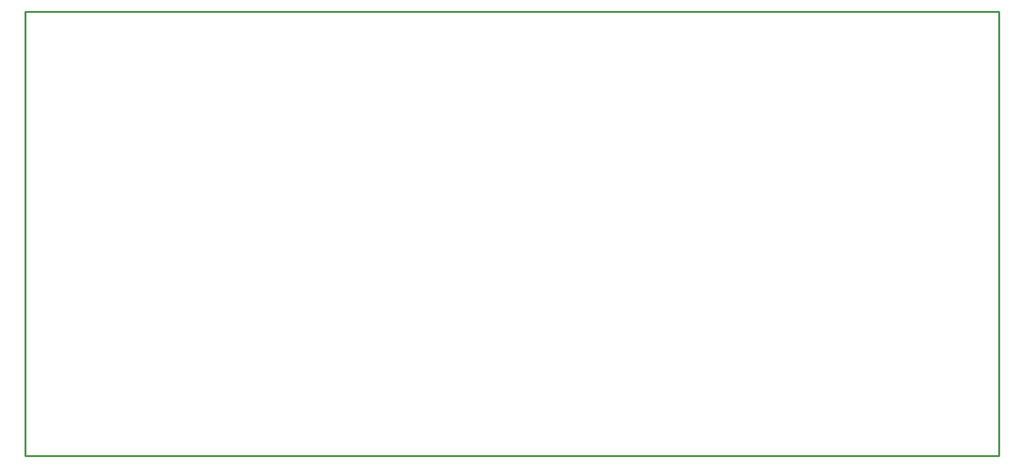
<source format=gko>
G04 Layer: BoardOutlineLayer*
G04 Panelize: , Column: 2, Row: 2, Board Size: 127.89mm x 58.42mm, Panelized Board Size: 257.78mm x 118.84mm*
G04 EasyEDA v6.5.34, 2023-09-05 23:47:00*
G04 23034ade622943b09ef3a65bf2e35728,5a6b42c53f6a479593ecc07194224c93,10*
G04 Gerber Generator version 0.2*
G04 Scale: 100 percent, Rotated: No, Reflected: No *
G04 Dimensions in millimeters *
G04 leading zeros omitted , absolute positions ,4 integer and 5 decimal *
%FSLAX45Y45*%
%MOMM*%

%ADD10C,0.2540*%
D10*
X0Y5842000D02*
G01*
X12788874Y5841987D01*
X12788874Y0D01*
X0Y502D01*
X0Y5842000D01*

%LPD*%
M02*

</source>
